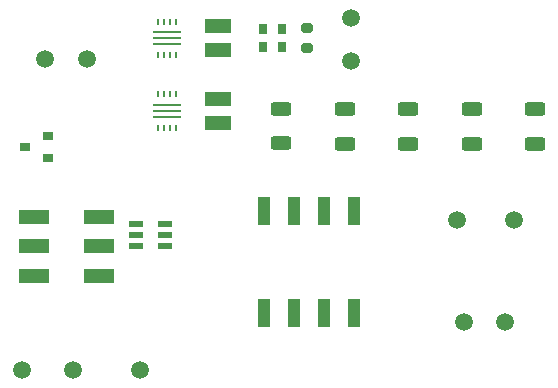
<source format=gbr>
%TF.GenerationSoftware,KiCad,Pcbnew,9.0.5*%
%TF.CreationDate,2025-10-15T03:39:03+09:00*%
%TF.ProjectId,fpga_pre_test,66706761-5f70-4726-955f-746573742e6b,rev?*%
%TF.SameCoordinates,Original*%
%TF.FileFunction,Soldermask,Top*%
%TF.FilePolarity,Negative*%
%FSLAX46Y46*%
G04 Gerber Fmt 4.6, Leading zero omitted, Abs format (unit mm)*
G04 Created by KiCad (PCBNEW 9.0.5) date 2025-10-15 03:39:03*
%MOMM*%
%LPD*%
G01*
G04 APERTURE LIST*
G04 Aperture macros list*
%AMRoundRect*
0 Rectangle with rounded corners*
0 $1 Rounding radius*
0 $2 $3 $4 $5 $6 $7 $8 $9 X,Y pos of 4 corners*
0 Add a 4 corners polygon primitive as box body*
4,1,4,$2,$3,$4,$5,$6,$7,$8,$9,$2,$3,0*
0 Add four circle primitives for the rounded corners*
1,1,$1+$1,$2,$3*
1,1,$1+$1,$4,$5*
1,1,$1+$1,$6,$7*
1,1,$1+$1,$8,$9*
0 Add four rect primitives between the rounded corners*
20,1,$1+$1,$2,$3,$4,$5,0*
20,1,$1+$1,$4,$5,$6,$7,0*
20,1,$1+$1,$6,$7,$8,$9,0*
20,1,$1+$1,$8,$9,$2,$3,0*%
G04 Aperture macros list end*
%ADD10R,0.250000X0.600000*%
%ADD11R,2.400000X0.250000*%
%ADD12C,1.500000*%
%ADD13RoundRect,0.250000X0.625000X-0.312500X0.625000X0.312500X-0.625000X0.312500X-0.625000X-0.312500X0*%
%ADD14R,1.130000X2.440000*%
%ADD15R,2.500000X1.200000*%
%ADD16R,0.900000X0.800000*%
%ADD17R,1.200000X0.600000*%
%ADD18R,2.200000X1.200000*%
%ADD19RoundRect,0.200000X-0.275000X0.200000X-0.275000X-0.200000X0.275000X-0.200000X0.275000X0.200000X0*%
%ADD20R,0.650000X0.850000*%
G04 APERTURE END LIST*
D10*
%TO.C,IC4*%
X139870000Y-90730000D03*
X140370000Y-90730000D03*
X140870000Y-90730000D03*
X141370000Y-90730000D03*
X141370000Y-93530000D03*
X140870000Y-93530000D03*
X140370000Y-93530000D03*
X139870000Y-93530000D03*
D11*
X140620000Y-92630000D03*
X140620000Y-92130000D03*
X140620000Y-91630000D03*
%TD*%
D12*
%TO.C,TP_SEQ_FLAG2*%
X138331004Y-114050000D03*
%TD*%
%TO.C,TP_SEQ_FLAG_NC1*%
X132700000Y-114050000D03*
%TD*%
D13*
%TO.C,R20*%
X171770000Y-94907500D03*
X171770000Y-91982500D03*
%TD*%
%TO.C,R19*%
X166405000Y-92002500D03*
X166405000Y-94927500D03*
%TD*%
%TO.C,R18*%
X161040000Y-92002500D03*
X161040000Y-94927500D03*
%TD*%
%TO.C,R17*%
X155675000Y-92002500D03*
X155675000Y-94927500D03*
%TD*%
%TO.C,R16*%
X150310000Y-91932500D03*
X150310000Y-94857500D03*
%TD*%
D14*
%TO.C,S2*%
X148870000Y-109200000D03*
X151410000Y-109200000D03*
X153950000Y-109200000D03*
X156490000Y-109200000D03*
X156490000Y-100600000D03*
X153950000Y-100600000D03*
X151410000Y-100600000D03*
X148870000Y-100600000D03*
%TD*%
D15*
%TO.C,S1*%
X134880000Y-106080000D03*
X134880000Y-103580000D03*
X134880000Y-101080000D03*
X129380000Y-106080000D03*
X129380000Y-103580000D03*
X129380000Y-101080000D03*
%TD*%
D16*
%TO.C,IC1*%
X128580000Y-95200000D03*
X130580000Y-96150000D03*
X130580000Y-94250000D03*
%TD*%
D17*
%TO.C,IC2*%
X140481493Y-101682499D03*
X140481493Y-102632499D03*
X140481493Y-103582499D03*
X137981493Y-103582499D03*
X137981493Y-102632499D03*
X137981493Y-101682499D03*
%TD*%
D12*
%TO.C,TP_SEQ_FLAG1*%
X128360000Y-114050000D03*
%TD*%
D18*
%TO.C,L2*%
X144920000Y-91130000D03*
X144920000Y-93130000D03*
%TD*%
D10*
%TO.C,IC3*%
X139865000Y-84570000D03*
X140365000Y-84570000D03*
X140865000Y-84570000D03*
X141365000Y-84570000D03*
X141365000Y-87370000D03*
X140865000Y-87370000D03*
X140365000Y-87370000D03*
X139865000Y-87370000D03*
D11*
X140615000Y-86470000D03*
X140615000Y-85970000D03*
X140615000Y-85470000D03*
%TD*%
D18*
%TO.C,L1*%
X144915000Y-86970000D03*
X144915000Y-84970000D03*
%TD*%
D12*
%TO.C,TP_OSC_OUT1*%
X156170000Y-84250000D03*
%TD*%
%TO.C,TP_OSC_GND1*%
X156170000Y-87910000D03*
%TD*%
D19*
%TO.C,R21*%
X152510000Y-86770000D03*
X152510000Y-85120000D03*
%TD*%
D12*
%TO.C,TP_LOAD_GND1*%
X165160000Y-101380000D03*
%TD*%
D20*
%TO.C,Y1*%
X148710000Y-86720000D03*
X150360000Y-86720000D03*
X150360000Y-85170000D03*
X148710000Y-85170000D03*
%TD*%
D12*
%TO.C,TP_LOAD_VCC1*%
X169970000Y-101370000D03*
%TD*%
%TO.C,J2*%
X169260000Y-110020000D03*
X165760000Y-110020000D03*
%TD*%
%TO.C,J1*%
X130330000Y-87770000D03*
X133830000Y-87770000D03*
%TD*%
M02*

</source>
